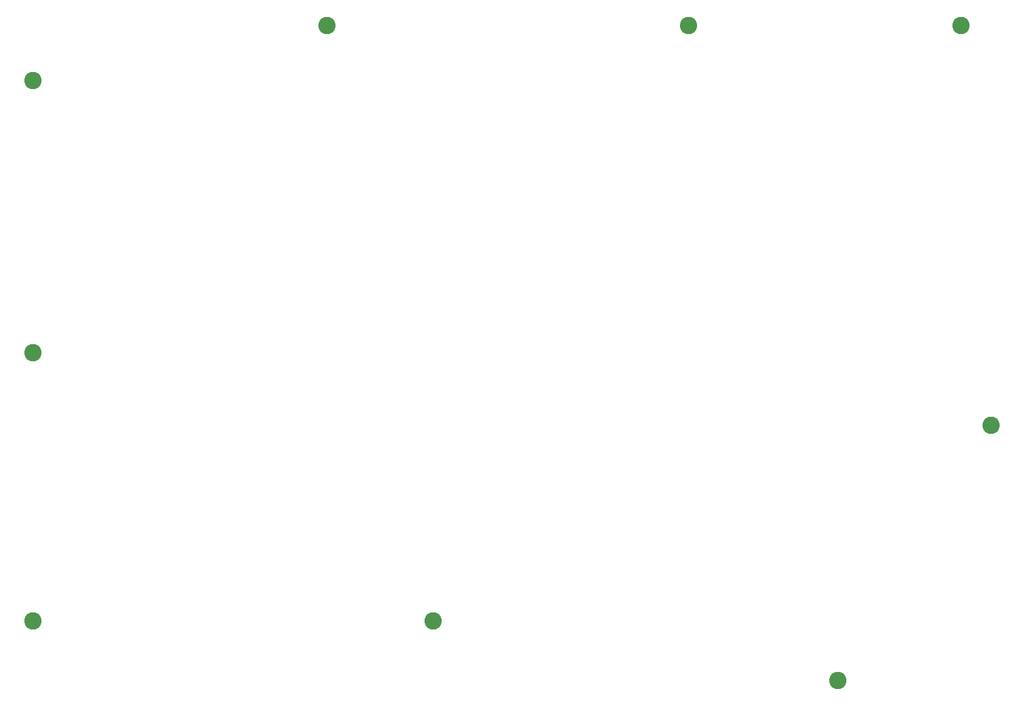
<source format=gbr>
G04 #@! TF.FileFunction,Soldermask,Top*
%FSLAX46Y46*%
G04 Gerber Fmt 4.6, Leading zero omitted, Abs format (unit mm)*
G04 Created by KiCad (PCBNEW 4.0.7) date 03/06/18 14:00:37*
%MOMM*%
%LPD*%
G01*
G04 APERTURE LIST*
%ADD10C,0.100000*%
%ADD11C,2.600000*%
G04 APERTURE END LIST*
D10*
D11*
X192405000Y-141605000D03*
X215265000Y-103505000D03*
X210820000Y-43815000D03*
X72390000Y-132715000D03*
X72390000Y-92710000D03*
X72390000Y-52070000D03*
X132080000Y-132715000D03*
X170180000Y-43815000D03*
X116205000Y-43815000D03*
M02*

</source>
